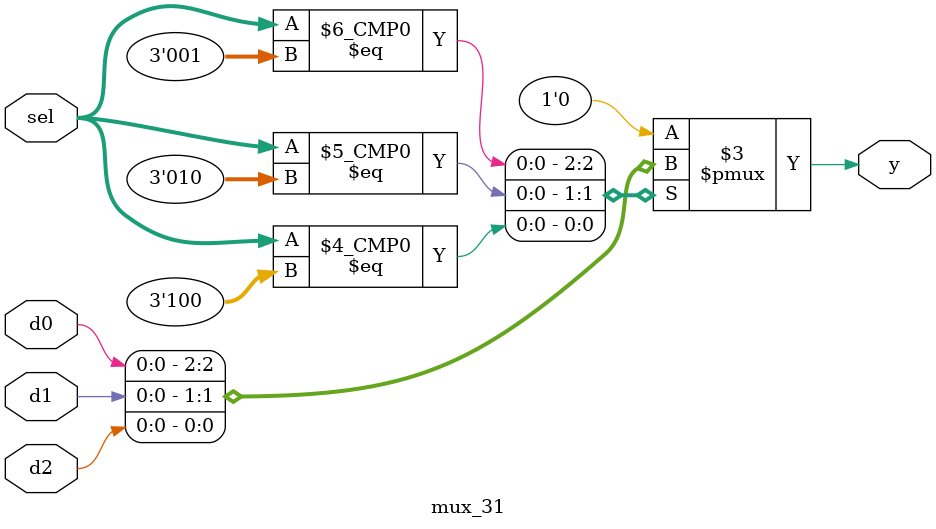
<source format=sv>
module mux_31 (
    input logic [2:0] sel,  
    input logic d0,        
    input logic d1,        
    input logic d2,        
    output logic y         
);

    always_comb begin
        case (sel)
            3'b001: y = d0;  
            3'b010: y = d1;  
            3'b100: y = d2;  
            default: y = 0;  
        endcase
    end

endmodule
</source>
